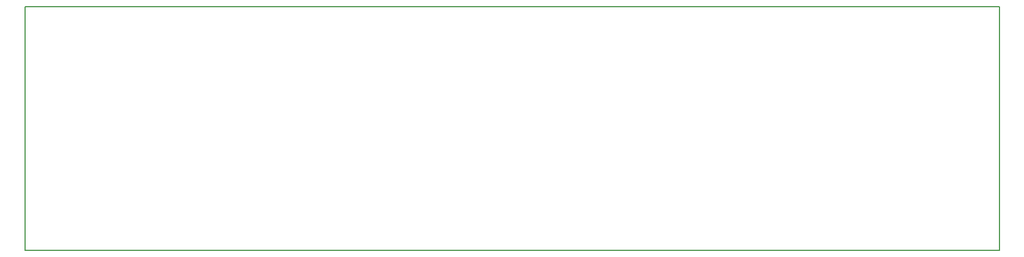
<source format=gbr>
G04 #@! TF.FileFunction,Profile,NP*
%FSLAX46Y46*%
G04 Gerber Fmt 4.6, Leading zero omitted, Abs format (unit mm)*
G04 Created by KiCad (PCBNEW 4.0.0-rc1-stable) date 11/15/2015 9:58:47 PM*
%MOMM*%
G01*
G04 APERTURE LIST*
%ADD10C,0.100000*%
%ADD11C,0.150000*%
G04 APERTURE END LIST*
D10*
D11*
X169926000Y-103759000D02*
X169926000Y-104013000D01*
X21844000Y-104013000D02*
X169926000Y-104013000D01*
X21844000Y-103759000D02*
X21844000Y-104013000D01*
X169926000Y-66929000D02*
X169926000Y-67310000D01*
X21844000Y-66929000D02*
X169926000Y-66929000D01*
X21844000Y-67310000D02*
X21844000Y-66929000D01*
X21844000Y-67310000D02*
X21844000Y-103759000D01*
X169926000Y-103759000D02*
X169926000Y-67310000D01*
M02*

</source>
